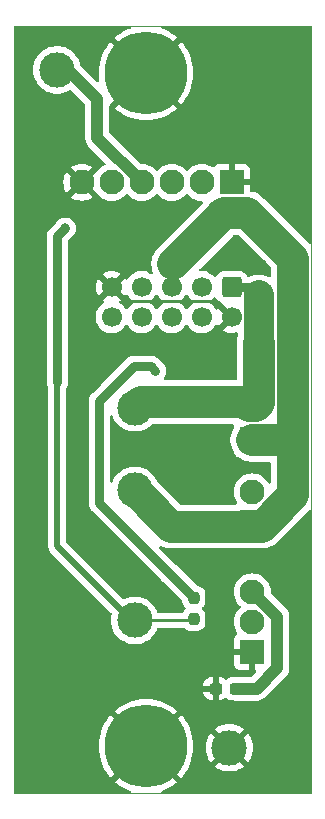
<source format=gtl>
G04 #@! TF.GenerationSoftware,KiCad,Pcbnew,8.0.6*
G04 #@! TF.CreationDate,2025-12-26T07:29:08-05:00*
G04 #@! TF.ProjectId,heaterboard_1,68656174-6572-4626-9f61-72645f312e6b,3.0*
G04 #@! TF.SameCoordinates,Original*
G04 #@! TF.FileFunction,Copper,L1,Top*
G04 #@! TF.FilePolarity,Positive*
%FSLAX46Y46*%
G04 Gerber Fmt 4.6, Leading zero omitted, Abs format (unit mm)*
G04 Created by KiCad (PCBNEW 8.0.6) date 2025-12-26 07:29:08*
%MOMM*%
%LPD*%
G01*
G04 APERTURE LIST*
G04 Aperture macros list*
%AMRoundRect*
0 Rectangle with rounded corners*
0 $1 Rounding radius*
0 $2 $3 $4 $5 $6 $7 $8 $9 X,Y pos of 4 corners*
0 Add a 4 corners polygon primitive as box body*
4,1,4,$2,$3,$4,$5,$6,$7,$8,$9,$2,$3,0*
0 Add four circle primitives for the rounded corners*
1,1,$1+$1,$2,$3*
1,1,$1+$1,$4,$5*
1,1,$1+$1,$6,$7*
1,1,$1+$1,$8,$9*
0 Add four rect primitives between the rounded corners*
20,1,$1+$1,$2,$3,$4,$5,0*
20,1,$1+$1,$4,$5,$6,$7,0*
20,1,$1+$1,$6,$7,$8,$9,0*
20,1,$1+$1,$8,$9,$2,$3,0*%
G04 Aperture macros list end*
G04 #@! TA.AperFunction,ComponentPad*
%ADD10C,3.000000*%
G04 #@! TD*
G04 #@! TA.AperFunction,ComponentPad*
%ADD11R,2.100000X2.100000*%
G04 #@! TD*
G04 #@! TA.AperFunction,ComponentPad*
%ADD12C,2.100000*%
G04 #@! TD*
G04 #@! TA.AperFunction,SMDPad,CuDef*
%ADD13RoundRect,0.237500X0.237500X-0.250000X0.237500X0.250000X-0.237500X0.250000X-0.237500X-0.250000X0*%
G04 #@! TD*
G04 #@! TA.AperFunction,ComponentPad*
%ADD14RoundRect,0.250000X-0.600000X0.600000X-0.600000X-0.600000X0.600000X-0.600000X0.600000X0.600000X0*%
G04 #@! TD*
G04 #@! TA.AperFunction,ComponentPad*
%ADD15C,1.700000*%
G04 #@! TD*
G04 #@! TA.AperFunction,ComponentPad*
%ADD16C,0.800000*%
G04 #@! TD*
G04 #@! TA.AperFunction,ComponentPad*
%ADD17C,7.000000*%
G04 #@! TD*
G04 #@! TA.AperFunction,SMDPad,CuDef*
%ADD18RoundRect,0.237500X0.300000X0.237500X-0.300000X0.237500X-0.300000X-0.237500X0.300000X-0.237500X0*%
G04 #@! TD*
G04 #@! TA.AperFunction,ViaPad*
%ADD19C,0.800000*%
G04 #@! TD*
G04 #@! TA.AperFunction,ViaPad*
%ADD20C,1.200000*%
G04 #@! TD*
G04 #@! TA.AperFunction,Conductor*
%ADD21C,0.762000*%
G04 #@! TD*
G04 #@! TA.AperFunction,Conductor*
%ADD22C,0.508000*%
G04 #@! TD*
G04 #@! TA.AperFunction,Conductor*
%ADD23C,0.250000*%
G04 #@! TD*
G04 #@! TA.AperFunction,Conductor*
%ADD24C,2.700000*%
G04 #@! TD*
G04 #@! TA.AperFunction,Conductor*
%ADD25C,2.500000*%
G04 #@! TD*
G04 #@! TA.AperFunction,Conductor*
%ADD26C,0.254000*%
G04 #@! TD*
G04 #@! TA.AperFunction,Conductor*
%ADD27C,1.000000*%
G04 #@! TD*
G04 #@! TA.AperFunction,Conductor*
%ADD28C,1.016000*%
G04 #@! TD*
G04 #@! TA.AperFunction,Profile*
%ADD29C,0.100000*%
G04 #@! TD*
G04 APERTURE END LIST*
D10*
X143050000Y-124329714D03*
X151050000Y-146129714D03*
D11*
X151250000Y-98250000D03*
D12*
X148710000Y-98250000D03*
X146170000Y-98250000D03*
X143630000Y-98250000D03*
X141090000Y-98250000D03*
X138550000Y-98250000D03*
D13*
X148050000Y-135242214D03*
X148050000Y-133417214D03*
D10*
X143050000Y-117329714D03*
D14*
X151250000Y-107125000D03*
D15*
X151250000Y-109665000D03*
X148710000Y-107125000D03*
X148710000Y-109665000D03*
X146170000Y-107125000D03*
X146170000Y-109665000D03*
X143630000Y-107125000D03*
X143630000Y-109665000D03*
X141090000Y-107125000D03*
X141090000Y-109665000D03*
D10*
X143050000Y-135329714D03*
X136450000Y-88729714D03*
D11*
X153000000Y-138000000D03*
D12*
X153000000Y-135460000D03*
X153000000Y-132920000D03*
D11*
X153000000Y-120000000D03*
D12*
X153000000Y-117460000D03*
D16*
X141375000Y-146000000D03*
X142143845Y-144143845D03*
X142143845Y-147856155D03*
X144000000Y-143375000D03*
D17*
X144000000Y-146000000D03*
D16*
X144000000Y-148625000D03*
X145856155Y-144143845D03*
X145856155Y-147856155D03*
X146625000Y-146000000D03*
X141375000Y-89000000D03*
X142143845Y-87143845D03*
X142143845Y-90856155D03*
X144000000Y-86375000D03*
D17*
X144000000Y-89000000D03*
D16*
X144000000Y-91625000D03*
X145856155Y-87143845D03*
X145856155Y-90856155D03*
X146625000Y-89000000D03*
D18*
X151612500Y-141129714D03*
X149887500Y-141129714D03*
D11*
X153000000Y-127000000D03*
D12*
X153000000Y-124460000D03*
D19*
X137160000Y-102158800D03*
X139800000Y-102579714D03*
X138430000Y-109220000D03*
X145590000Y-121044714D03*
X148590000Y-112395000D03*
X141951122Y-105005524D03*
X153845000Y-105169714D03*
X139065000Y-106045000D03*
D20*
X149800050Y-100450000D03*
X146304000Y-105156000D03*
D19*
X146006250Y-131373464D03*
X144760514Y-114229714D03*
D21*
X137160000Y-102158800D02*
X136500000Y-102818800D01*
D22*
X136500000Y-129029714D02*
X136500000Y-115129714D01*
X142930286Y-135460000D02*
X136500000Y-129029714D01*
X143050000Y-135329714D02*
X143050000Y-135340286D01*
D23*
X147962500Y-135329714D02*
X143050000Y-135329714D01*
X148050000Y-135242214D02*
X147962500Y-135329714D01*
D22*
X143050000Y-135340286D02*
X142930286Y-135460000D01*
D21*
X136500000Y-102818800D02*
X136500000Y-115129714D01*
D24*
X143050000Y-117329714D02*
X143550000Y-116829714D01*
D21*
X152845286Y-107125000D02*
X153550000Y-107829714D01*
D25*
X153550000Y-107829714D02*
X153550000Y-111829714D01*
D24*
X153300000Y-117160000D02*
X153550000Y-116910000D01*
X143550000Y-116829714D02*
X152369714Y-116829714D01*
X152700000Y-117160000D02*
X153300000Y-117160000D01*
D21*
X151250000Y-107125000D02*
X152845286Y-107125000D01*
D24*
X153550000Y-116910000D02*
X153550000Y-111829714D01*
X152369714Y-116829714D02*
X152700000Y-117160000D01*
D26*
X142294714Y-108329714D02*
X141090000Y-107125000D01*
X149914714Y-108329714D02*
X142294714Y-108329714D01*
X151250000Y-109665000D02*
X149914714Y-108329714D01*
D24*
X146115000Y-127394714D02*
X143050000Y-124329714D01*
X156450000Y-120409714D02*
X156450000Y-124729714D01*
X146304000Y-105156000D02*
X150590143Y-100869857D01*
X156100286Y-120060000D02*
X153000000Y-120060000D01*
X156450000Y-124729714D02*
X153785000Y-127394714D01*
X153785000Y-127394714D02*
X146115000Y-127394714D01*
X156450000Y-120409714D02*
X156100286Y-120060000D01*
X156450000Y-104729714D02*
X156450000Y-120409714D01*
X150590143Y-100869857D02*
X152590143Y-100869857D01*
X152590143Y-100869857D02*
X156450000Y-104729714D01*
D21*
X142980316Y-113829714D02*
X140050000Y-116760030D01*
D27*
X155115000Y-135035000D02*
X155115000Y-139385000D01*
D28*
X139875000Y-94495000D02*
X143630000Y-98250000D01*
X139875000Y-91199714D02*
X139875000Y-94495000D01*
X137405000Y-88729714D02*
X139875000Y-91199714D01*
D27*
X153000000Y-132920000D02*
X155115000Y-135035000D01*
D21*
X140050000Y-116760030D02*
X140050000Y-125417214D01*
D27*
X153370286Y-141129714D02*
X151612500Y-141129714D01*
D21*
X144800000Y-114229714D02*
X144400000Y-113829714D01*
X144400000Y-113829714D02*
X142980316Y-113829714D01*
X140050000Y-125417214D02*
X148050000Y-133417214D01*
D27*
X155115000Y-139385000D02*
X153370286Y-141129714D01*
D28*
X136450000Y-88729714D02*
X137405000Y-88729714D01*
G04 #@! TA.AperFunction,Conductor*
G36*
X146429188Y-104359427D02*
G01*
X146431859Y-104363563D01*
X146669551Y-104992344D01*
X146669271Y-105001294D01*
X146663109Y-105007280D01*
X146308502Y-105155123D01*
X146299548Y-105155144D01*
X146299498Y-105155123D01*
X145944890Y-105007280D01*
X145938572Y-105000933D01*
X145938448Y-104992345D01*
X146176141Y-104363562D01*
X146182272Y-104357036D01*
X146187085Y-104356000D01*
X146420915Y-104356000D01*
X146429188Y-104359427D01*
G37*
G04 #@! TD.AperFunction*
G04 #@! TA.AperFunction,Conductor*
G36*
X136800909Y-102010032D02*
G01*
X136943763Y-102068818D01*
X137156195Y-102156236D01*
X137162542Y-102162554D01*
X137162563Y-102162604D01*
X137308767Y-102517890D01*
X137308746Y-102526844D01*
X137302760Y-102533006D01*
X136690071Y-102809547D01*
X136681121Y-102809827D01*
X136676985Y-102807156D01*
X136511643Y-102641814D01*
X136508216Y-102633541D01*
X136509252Y-102628728D01*
X136555238Y-102526844D01*
X136785794Y-102016038D01*
X136792320Y-102009908D01*
X136800909Y-102010032D01*
G37*
G04 #@! TD.AperFunction*
G04 #@! TA.AperFunction,Conductor*
G36*
X142658343Y-85019685D02*
G01*
X142704098Y-85072489D01*
X142714042Y-85141647D01*
X142685017Y-85205203D01*
X142633078Y-85240752D01*
X142467423Y-85300023D01*
X142112135Y-85468062D01*
X141775041Y-85670109D01*
X141459368Y-85904228D01*
X141353622Y-86000069D01*
X142285457Y-86931904D01*
X142193573Y-86893845D01*
X142094117Y-86893845D01*
X142002231Y-86931905D01*
X141931905Y-87002231D01*
X141893845Y-87094117D01*
X141893845Y-87193573D01*
X141931904Y-87285456D01*
X141000069Y-86353622D01*
X140904228Y-86459368D01*
X140670109Y-86775041D01*
X140468062Y-87112135D01*
X140300023Y-87467424D01*
X140300016Y-87467440D01*
X140167625Y-87837450D01*
X140072129Y-88218691D01*
X140014461Y-88607449D01*
X139995176Y-89000000D01*
X140014461Y-89392550D01*
X140048053Y-89619004D01*
X140038418Y-89688206D01*
X139992900Y-89741214D01*
X139925949Y-89761198D01*
X139858822Y-89741813D01*
X139837714Y-89724880D01*
X138438110Y-88325276D01*
X138404625Y-88263953D01*
X138404428Y-88263030D01*
X138388538Y-88186561D01*
X138296523Y-87927656D01*
X138170111Y-87683691D01*
X138170110Y-87683689D01*
X138170106Y-87683683D01*
X138011659Y-87459214D01*
X137950608Y-87393845D01*
X137824111Y-87258400D01*
X137610969Y-87084996D01*
X137610967Y-87084995D01*
X137610965Y-87084993D01*
X137376198Y-86942228D01*
X137124178Y-86832761D01*
X136859602Y-86758630D01*
X136859597Y-86758629D01*
X136859596Y-86758629D01*
X136723490Y-86739921D01*
X136587386Y-86721214D01*
X136587385Y-86721214D01*
X136312615Y-86721214D01*
X136312614Y-86721214D01*
X136040404Y-86758629D01*
X136040397Y-86758630D01*
X135775821Y-86832761D01*
X135523801Y-86942228D01*
X135289034Y-87084993D01*
X135075892Y-87258397D01*
X134888340Y-87459214D01*
X134729893Y-87683683D01*
X134729889Y-87683689D01*
X134603476Y-87927657D01*
X134511463Y-88186555D01*
X134511458Y-88186572D01*
X134455558Y-88455581D01*
X134455557Y-88455583D01*
X134436807Y-88729714D01*
X134455557Y-89003844D01*
X134455558Y-89003846D01*
X134511458Y-89272855D01*
X134511463Y-89272872D01*
X134603476Y-89531770D01*
X134729889Y-89775738D01*
X134729893Y-89775744D01*
X134888340Y-90000213D01*
X134888343Y-90000216D01*
X135075889Y-90201028D01*
X135289031Y-90374432D01*
X135289033Y-90374433D01*
X135289034Y-90374434D01*
X135523801Y-90517199D01*
X135652027Y-90572895D01*
X135775823Y-90626667D01*
X136040404Y-90700799D01*
X136279720Y-90733692D01*
X136312614Y-90738214D01*
X136312615Y-90738214D01*
X136587386Y-90738214D01*
X136616733Y-90734180D01*
X136859596Y-90700799D01*
X137124177Y-90626667D01*
X137376200Y-90517198D01*
X137528489Y-90424588D01*
X137595993Y-90406576D01*
X137662523Y-90427919D01*
X137680595Y-90442857D01*
X138822181Y-91584443D01*
X138855666Y-91645766D01*
X138858500Y-91672124D01*
X138858500Y-94394884D01*
X138858500Y-94595116D01*
X138858500Y-94595118D01*
X138858499Y-94595118D01*
X138897562Y-94791496D01*
X138897564Y-94791502D01*
X138974189Y-94976491D01*
X139085434Y-95142983D01*
X139085435Y-95142984D01*
X140545503Y-96603051D01*
X140578988Y-96664374D01*
X140574004Y-96734066D01*
X140532132Y-96789999D01*
X140505275Y-96805293D01*
X140380269Y-96857071D01*
X140171106Y-96985246D01*
X139984570Y-97144564D01*
X139984568Y-97144565D01*
X139984567Y-97144567D01*
X139978072Y-97152172D01*
X139844790Y-97308223D01*
X139838181Y-97315371D01*
X139073787Y-98079764D01*
X139062518Y-98037708D01*
X138990110Y-97912292D01*
X138887708Y-97809890D01*
X138762292Y-97737482D01*
X138720234Y-97726212D01*
X139457941Y-96988504D01*
X139255861Y-96864668D01*
X139030457Y-96771303D01*
X138793219Y-96714348D01*
X138793220Y-96714348D01*
X138550000Y-96695207D01*
X138306780Y-96714348D01*
X138069542Y-96771303D01*
X137844138Y-96864668D01*
X137642057Y-96988504D01*
X138379766Y-97726212D01*
X138337708Y-97737482D01*
X138212292Y-97809890D01*
X138109890Y-97912292D01*
X138037482Y-98037708D01*
X138026212Y-98079765D01*
X137288504Y-97342057D01*
X137164668Y-97544138D01*
X137071303Y-97769542D01*
X137014348Y-98006780D01*
X136995207Y-98250000D01*
X137014348Y-98493219D01*
X137071303Y-98730457D01*
X137164668Y-98955861D01*
X137288504Y-99157941D01*
X138026212Y-98420233D01*
X138037482Y-98462292D01*
X138109890Y-98587708D01*
X138212292Y-98690110D01*
X138337708Y-98762518D01*
X138379765Y-98773787D01*
X137642057Y-99511494D01*
X137844138Y-99635331D01*
X138069542Y-99728696D01*
X138306780Y-99785651D01*
X138306779Y-99785651D01*
X138550000Y-99804792D01*
X138793219Y-99785651D01*
X139030457Y-99728696D01*
X139255861Y-99635331D01*
X139457941Y-99511495D01*
X139457941Y-99511494D01*
X138720235Y-98773787D01*
X138762292Y-98762518D01*
X138887708Y-98690110D01*
X138990110Y-98587708D01*
X139062518Y-98462292D01*
X139073787Y-98420234D01*
X139838180Y-99184626D01*
X139844784Y-99191770D01*
X139984567Y-99355433D01*
X140171104Y-99514752D01*
X140171106Y-99514753D01*
X140380269Y-99642928D01*
X140487108Y-99687182D01*
X140606908Y-99736805D01*
X140845443Y-99794072D01*
X141090000Y-99813319D01*
X141334557Y-99794072D01*
X141573092Y-99736805D01*
X141768438Y-99655889D01*
X141799730Y-99642928D01*
X141799732Y-99642927D01*
X142008896Y-99514752D01*
X142195433Y-99355433D01*
X142265711Y-99273147D01*
X142324217Y-99234956D01*
X142394085Y-99234458D01*
X142453131Y-99271811D01*
X142454234Y-99273085D01*
X142524567Y-99355433D01*
X142711104Y-99514752D01*
X142711106Y-99514753D01*
X142920269Y-99642928D01*
X143027108Y-99687182D01*
X143146908Y-99736805D01*
X143385443Y-99794072D01*
X143630000Y-99813319D01*
X143874557Y-99794072D01*
X144113092Y-99736805D01*
X144308438Y-99655889D01*
X144339730Y-99642928D01*
X144339732Y-99642927D01*
X144548896Y-99514752D01*
X144735433Y-99355433D01*
X144805711Y-99273147D01*
X144864217Y-99234956D01*
X144934085Y-99234458D01*
X144993131Y-99271811D01*
X144994234Y-99273085D01*
X145064567Y-99355433D01*
X145251104Y-99514752D01*
X145251106Y-99514753D01*
X145460269Y-99642928D01*
X145567108Y-99687182D01*
X145686908Y-99736805D01*
X145925443Y-99794072D01*
X146170000Y-99813319D01*
X146414557Y-99794072D01*
X146653092Y-99736805D01*
X146848438Y-99655889D01*
X146879730Y-99642928D01*
X146879732Y-99642927D01*
X147088896Y-99514752D01*
X147275433Y-99355433D01*
X147345711Y-99273147D01*
X147404217Y-99234956D01*
X147474085Y-99234458D01*
X147533131Y-99271811D01*
X147534234Y-99273085D01*
X147604567Y-99355433D01*
X147791104Y-99514752D01*
X147791106Y-99514753D01*
X148000269Y-99642928D01*
X148107108Y-99687182D01*
X148226908Y-99736805D01*
X148465443Y-99794072D01*
X148689225Y-99811684D01*
X148754512Y-99836567D01*
X148795983Y-99892797D01*
X148800470Y-99962523D01*
X148790496Y-99990572D01*
X148761972Y-100047855D01*
X148759903Y-100053197D01*
X148758928Y-100052819D01*
X148730510Y-100101172D01*
X144903711Y-103927971D01*
X144903705Y-103927978D01*
X144755404Y-104121248D01*
X144755393Y-104121264D01*
X144633588Y-104332235D01*
X144633580Y-104332251D01*
X144540353Y-104557323D01*
X144477299Y-104792648D01*
X144445499Y-105034179D01*
X144445499Y-105277820D01*
X144469908Y-105463211D01*
X144477299Y-105519353D01*
X144485750Y-105550892D01*
X144540353Y-105754676D01*
X144579252Y-105848587D01*
X144586721Y-105918056D01*
X144555445Y-105980535D01*
X144495356Y-106016187D01*
X144425531Y-106013693D01*
X144388528Y-105993892D01*
X144375577Y-105983812D01*
X144375572Y-105983808D01*
X144177580Y-105876661D01*
X144177577Y-105876659D01*
X144177574Y-105876658D01*
X144177571Y-105876657D01*
X144177569Y-105876656D01*
X143964637Y-105803556D01*
X143742569Y-105766500D01*
X143517431Y-105766500D01*
X143295362Y-105803556D01*
X143082430Y-105876656D01*
X143082419Y-105876661D01*
X142884427Y-105983808D01*
X142884422Y-105983812D01*
X142706761Y-106122092D01*
X142706756Y-106122097D01*
X142554284Y-106287723D01*
X142554280Y-106287729D01*
X142460250Y-106431651D01*
X142407103Y-106477007D01*
X142337872Y-106486430D01*
X142274536Y-106456927D01*
X142254866Y-106434951D01*
X142204924Y-106363626D01*
X141572962Y-106995589D01*
X141555925Y-106932007D01*
X141490099Y-106817993D01*
X141397007Y-106724901D01*
X141282993Y-106659075D01*
X141219410Y-106642037D01*
X141851373Y-106010073D01*
X141851373Y-106010072D01*
X141767583Y-105951402D01*
X141767579Y-105951400D01*
X141553492Y-105851570D01*
X141553483Y-105851566D01*
X141325326Y-105790432D01*
X141325315Y-105790430D01*
X141090002Y-105769843D01*
X141089998Y-105769843D01*
X140854684Y-105790430D01*
X140854673Y-105790432D01*
X140626516Y-105851566D01*
X140626507Y-105851570D01*
X140412419Y-105951401D01*
X140328625Y-106010072D01*
X140960590Y-106642037D01*
X140897007Y-106659075D01*
X140782993Y-106724901D01*
X140689901Y-106817993D01*
X140624075Y-106932007D01*
X140607037Y-106995590D01*
X139975072Y-106363625D01*
X139916401Y-106447419D01*
X139816570Y-106661507D01*
X139816566Y-106661516D01*
X139755432Y-106889673D01*
X139755430Y-106889684D01*
X139734843Y-107124998D01*
X139734843Y-107125001D01*
X139755430Y-107360315D01*
X139755432Y-107360326D01*
X139816566Y-107588483D01*
X139816570Y-107588492D01*
X139916400Y-107802579D01*
X139916402Y-107802583D01*
X139975072Y-107886373D01*
X139975073Y-107886373D01*
X140607037Y-107254409D01*
X140624075Y-107317993D01*
X140689901Y-107432007D01*
X140782993Y-107525099D01*
X140897007Y-107590925D01*
X140960590Y-107607962D01*
X140328625Y-108239925D01*
X140399801Y-108289763D01*
X140443426Y-108344340D01*
X140450620Y-108413838D01*
X140419097Y-108476193D01*
X140387697Y-108500392D01*
X140344427Y-108523809D01*
X140344422Y-108523812D01*
X140166761Y-108662092D01*
X140166756Y-108662097D01*
X140014284Y-108827723D01*
X140014276Y-108827734D01*
X139891140Y-109016207D01*
X139800703Y-109222385D01*
X139745436Y-109440628D01*
X139745434Y-109440640D01*
X139726844Y-109664994D01*
X139726844Y-109665005D01*
X139745434Y-109889359D01*
X139745436Y-109889371D01*
X139800703Y-110107614D01*
X139891140Y-110313792D01*
X140014276Y-110502265D01*
X140014284Y-110502276D01*
X140166756Y-110667902D01*
X140166760Y-110667906D01*
X140344424Y-110806189D01*
X140344425Y-110806189D01*
X140344427Y-110806191D01*
X140471135Y-110874761D01*
X140542426Y-110913342D01*
X140755365Y-110986444D01*
X140977431Y-111023500D01*
X141202569Y-111023500D01*
X141424635Y-110986444D01*
X141637574Y-110913342D01*
X141835576Y-110806189D01*
X142013240Y-110667906D01*
X142165722Y-110502268D01*
X142256193Y-110363790D01*
X142309338Y-110318437D01*
X142378569Y-110309013D01*
X142441905Y-110338515D01*
X142463804Y-110363787D01*
X142554278Y-110502268D01*
X142554283Y-110502273D01*
X142554284Y-110502276D01*
X142706756Y-110667902D01*
X142706760Y-110667906D01*
X142884424Y-110806189D01*
X142884425Y-110806189D01*
X142884427Y-110806191D01*
X143011135Y-110874761D01*
X143082426Y-110913342D01*
X143295365Y-110986444D01*
X143517431Y-111023500D01*
X143742569Y-111023500D01*
X143964635Y-110986444D01*
X144177574Y-110913342D01*
X144375576Y-110806189D01*
X144553240Y-110667906D01*
X144705722Y-110502268D01*
X144796193Y-110363790D01*
X144849338Y-110318437D01*
X144918569Y-110309013D01*
X144981905Y-110338515D01*
X145003804Y-110363787D01*
X145094278Y-110502268D01*
X145094283Y-110502273D01*
X145094284Y-110502276D01*
X145246756Y-110667902D01*
X145246760Y-110667906D01*
X145424424Y-110806189D01*
X145424425Y-110806189D01*
X145424427Y-110806191D01*
X145551135Y-110874761D01*
X145622426Y-110913342D01*
X145835365Y-110986444D01*
X146057431Y-111023500D01*
X146282569Y-111023500D01*
X146504635Y-110986444D01*
X146717574Y-110913342D01*
X146915576Y-110806189D01*
X147093240Y-110667906D01*
X147245722Y-110502268D01*
X147336193Y-110363790D01*
X147389338Y-110318437D01*
X147458569Y-110309013D01*
X147521905Y-110338515D01*
X147543804Y-110363787D01*
X147634278Y-110502268D01*
X147634283Y-110502273D01*
X147634284Y-110502276D01*
X147786756Y-110667902D01*
X147786760Y-110667906D01*
X147964424Y-110806189D01*
X147964425Y-110806189D01*
X147964427Y-110806191D01*
X148091135Y-110874761D01*
X148162426Y-110913342D01*
X148375365Y-110986444D01*
X148597431Y-111023500D01*
X148822569Y-111023500D01*
X149044635Y-110986444D01*
X149257574Y-110913342D01*
X149455576Y-110806189D01*
X149633240Y-110667906D01*
X149785722Y-110502268D01*
X149879749Y-110358347D01*
X149932894Y-110312994D01*
X150002125Y-110303570D01*
X150065461Y-110333072D01*
X150085131Y-110355049D01*
X150135072Y-110426373D01*
X150135073Y-110426373D01*
X150767037Y-109794409D01*
X150784075Y-109857993D01*
X150849901Y-109972007D01*
X150942993Y-110065099D01*
X151057007Y-110130925D01*
X151120588Y-110147961D01*
X150488625Y-110779925D01*
X150572421Y-110838599D01*
X150786507Y-110938429D01*
X150786516Y-110938433D01*
X151014673Y-110999567D01*
X151014684Y-110999569D01*
X151249998Y-111020157D01*
X151250002Y-111020157D01*
X151485315Y-110999569D01*
X151485322Y-110999568D01*
X151635406Y-110959353D01*
X151705256Y-110961016D01*
X151763119Y-111000178D01*
X151790623Y-111064406D01*
X151791500Y-111079128D01*
X151791500Y-111195508D01*
X151787275Y-111227602D01*
X151786355Y-111231033D01*
X151786354Y-111231037D01*
X151739205Y-111406995D01*
X151723298Y-111466364D01*
X151691501Y-111707890D01*
X151691500Y-111707907D01*
X151691500Y-114847214D01*
X151671815Y-114914253D01*
X151619011Y-114960008D01*
X151567500Y-114971214D01*
X145606325Y-114971214D01*
X145539286Y-114951529D01*
X145493531Y-114898725D01*
X145483587Y-114829567D01*
X145503223Y-114778323D01*
X145518455Y-114755527D01*
X145588265Y-114651050D01*
X145655317Y-114489172D01*
X145689500Y-114317322D01*
X145689500Y-114142105D01*
X145689500Y-114142102D01*
X145689499Y-114142100D01*
X145655318Y-113970263D01*
X145655317Y-113970256D01*
X145655315Y-113970251D01*
X145588268Y-113808384D01*
X145588261Y-113808371D01*
X145490919Y-113662690D01*
X145490916Y-113662686D01*
X144967026Y-113138796D01*
X144967022Y-113138793D01*
X144821342Y-113041452D01*
X144821329Y-113041445D01*
X144659462Y-112974398D01*
X144659450Y-112974395D01*
X144487612Y-112940214D01*
X144487608Y-112940214D01*
X143067925Y-112940214D01*
X142892708Y-112940214D01*
X142892703Y-112940214D01*
X142720865Y-112974395D01*
X142720853Y-112974398D01*
X142558986Y-113041445D01*
X142558973Y-113041452D01*
X142413293Y-113138793D01*
X142413289Y-113138796D01*
X140162923Y-115389164D01*
X139482977Y-116069110D01*
X139421027Y-116131059D01*
X139359078Y-116193008D01*
X139261738Y-116338687D01*
X139261731Y-116338700D01*
X139194684Y-116500567D01*
X139194681Y-116500579D01*
X139160500Y-116672417D01*
X139160500Y-125504826D01*
X139194681Y-125676664D01*
X139194684Y-125676676D01*
X139261731Y-125838543D01*
X139261738Y-125838556D01*
X139359079Y-125984236D01*
X139359082Y-125984240D01*
X145231020Y-131856177D01*
X145250726Y-131881857D01*
X145267210Y-131910408D01*
X145394991Y-132052325D01*
X145394995Y-132052327D01*
X145394997Y-132052330D01*
X145504765Y-132132081D01*
X145519561Y-132144718D01*
X147032431Y-133657588D01*
X147065916Y-133718911D01*
X147068108Y-133732666D01*
X147076938Y-133819096D01*
X147131790Y-133984631D01*
X147131795Y-133984642D01*
X147223339Y-134133056D01*
X147223340Y-134133057D01*
X147223342Y-134133060D01*
X147280282Y-134190000D01*
X147332315Y-134242033D01*
X147365799Y-134303356D01*
X147360815Y-134373048D01*
X147332315Y-134417395D01*
X147223340Y-134526370D01*
X147154910Y-134637312D01*
X147102962Y-134684036D01*
X147049372Y-134696214D01*
X145043958Y-134696214D01*
X144976919Y-134676529D01*
X144931164Y-134623725D01*
X144927118Y-134613739D01*
X144896524Y-134527659D01*
X144896525Y-134527659D01*
X144770110Y-134283689D01*
X144770106Y-134283683D01*
X144611659Y-134059214D01*
X144593031Y-134039269D01*
X144424111Y-133858400D01*
X144210969Y-133684996D01*
X144210967Y-133684995D01*
X144210965Y-133684993D01*
X143976198Y-133542228D01*
X143724178Y-133432761D01*
X143459602Y-133358630D01*
X143459597Y-133358629D01*
X143459596Y-133358629D01*
X143323490Y-133339921D01*
X143187386Y-133321214D01*
X143187385Y-133321214D01*
X142912615Y-133321214D01*
X142912614Y-133321214D01*
X142640404Y-133358629D01*
X142640397Y-133358630D01*
X142375821Y-133432761D01*
X142178238Y-133518584D01*
X142108906Y-133527238D01*
X142045902Y-133497034D01*
X142041155Y-133492531D01*
X137298819Y-128750195D01*
X137265334Y-128688872D01*
X137262500Y-128662514D01*
X137262500Y-115627225D01*
X137282185Y-115560186D01*
X137283368Y-115558378D01*
X137288265Y-115551050D01*
X137355317Y-115389172D01*
X137389500Y-115217322D01*
X137389500Y-103238604D01*
X137409185Y-103171565D01*
X137425815Y-103150927D01*
X137646693Y-102930048D01*
X137661475Y-102917423D01*
X137771253Y-102837666D01*
X137899040Y-102695744D01*
X137994527Y-102530356D01*
X138053542Y-102348728D01*
X138073504Y-102158800D01*
X138053542Y-101968872D01*
X137994527Y-101787244D01*
X137899040Y-101621856D01*
X137771253Y-101479934D01*
X137616752Y-101367682D01*
X137442288Y-101290006D01*
X137442286Y-101290005D01*
X137255487Y-101250300D01*
X137064513Y-101250300D01*
X136877714Y-101290005D01*
X136703246Y-101367683D01*
X136548745Y-101479935D01*
X136420962Y-101621853D01*
X136420956Y-101621862D01*
X136404475Y-101650406D01*
X136384771Y-101676084D01*
X135932977Y-102127880D01*
X135871027Y-102189829D01*
X135809078Y-102251778D01*
X135711738Y-102397457D01*
X135711731Y-102397470D01*
X135644684Y-102559337D01*
X135644681Y-102559349D01*
X135610500Y-102731187D01*
X135610500Y-115217326D01*
X135644681Y-115389164D01*
X135644684Y-115389176D01*
X135711731Y-115551043D01*
X135711734Y-115551049D01*
X135711735Y-115551050D01*
X135716600Y-115558331D01*
X135737480Y-115625007D01*
X135737500Y-115627225D01*
X135737500Y-129104814D01*
X135760694Y-129221415D01*
X135766803Y-129252127D01*
X135824281Y-129390891D01*
X135907730Y-129515783D01*
X135907731Y-129515784D01*
X141075648Y-134683700D01*
X141109133Y-134745023D01*
X141109373Y-134796609D01*
X141055558Y-135055581D01*
X141055557Y-135055583D01*
X141036807Y-135329714D01*
X141055557Y-135603844D01*
X141055558Y-135603846D01*
X141111458Y-135872855D01*
X141111463Y-135872872D01*
X141203476Y-136131770D01*
X141329889Y-136375738D01*
X141329893Y-136375744D01*
X141488340Y-136600213D01*
X141488343Y-136600216D01*
X141675889Y-136801028D01*
X141889031Y-136974432D01*
X141889033Y-136974433D01*
X141889034Y-136974434D01*
X142123801Y-137117199D01*
X142328348Y-137206045D01*
X142375823Y-137226667D01*
X142640404Y-137300799D01*
X142879720Y-137333692D01*
X142912614Y-137338214D01*
X142912615Y-137338214D01*
X143187386Y-137338214D01*
X143216733Y-137334180D01*
X143459596Y-137300799D01*
X143724177Y-137226667D01*
X143976200Y-137117198D01*
X144210969Y-136974432D01*
X144424111Y-136801028D01*
X144611657Y-136600216D01*
X144770111Y-136375737D01*
X144896523Y-136131772D01*
X144896524Y-136131770D01*
X144896525Y-136131768D01*
X144927118Y-136045689D01*
X144968116Y-135989112D01*
X145033194Y-135963682D01*
X145043958Y-135963214D01*
X147177134Y-135963214D01*
X147244173Y-135982899D01*
X147264815Y-135999533D01*
X147346653Y-136081371D01*
X147346657Y-136081374D01*
X147495071Y-136172918D01*
X147495074Y-136172919D01*
X147495080Y-136172923D01*
X147660619Y-136227776D01*
X147762787Y-136238214D01*
X148337212Y-136238213D01*
X148439381Y-136227776D01*
X148604920Y-136172923D01*
X148753346Y-136081372D01*
X148876658Y-135958060D01*
X148968209Y-135809634D01*
X149023062Y-135644095D01*
X149033500Y-135541927D01*
X149033499Y-134942502D01*
X149023062Y-134840333D01*
X148968209Y-134674794D01*
X148968205Y-134674788D01*
X148968204Y-134674785D01*
X148876660Y-134526371D01*
X148876657Y-134526367D01*
X148767685Y-134417395D01*
X148734200Y-134356072D01*
X148739184Y-134286380D01*
X148767685Y-134242033D01*
X148819718Y-134190000D01*
X148876658Y-134133060D01*
X148968209Y-133984634D01*
X149023062Y-133819095D01*
X149033500Y-133716927D01*
X149033499Y-133117502D01*
X149023062Y-133015333D01*
X148968209Y-132849794D01*
X148968205Y-132849788D01*
X148968204Y-132849785D01*
X148876660Y-132701371D01*
X148876657Y-132701367D01*
X148753346Y-132578056D01*
X148753342Y-132578053D01*
X148604928Y-132486509D01*
X148604922Y-132486506D01*
X148604920Y-132486505D01*
X148604917Y-132486504D01*
X148439382Y-132431652D01*
X148352950Y-132422821D01*
X148288259Y-132396424D01*
X148277873Y-132387144D01*
X146781478Y-130890749D01*
X146761771Y-130865067D01*
X146745289Y-130836519D01*
X146617504Y-130694599D01*
X146507729Y-130614842D01*
X146492934Y-130602205D01*
X145159508Y-129268779D01*
X145126023Y-129207456D01*
X145131007Y-129137764D01*
X145172879Y-129081831D01*
X145238343Y-129057414D01*
X145294642Y-129066537D01*
X145516323Y-129158360D01*
X145751647Y-129221415D01*
X145993188Y-129253215D01*
X145993195Y-129253215D01*
X146240653Y-129253215D01*
X146240685Y-129253214D01*
X153659315Y-129253214D01*
X153659347Y-129253215D01*
X153663187Y-129253215D01*
X153906806Y-129253215D01*
X153906813Y-129253215D01*
X154148353Y-129221415D01*
X154383678Y-129158360D01*
X154605358Y-129066537D01*
X154608748Y-129065133D01*
X154608749Y-129065131D01*
X154608757Y-129065129D01*
X154819743Y-128943316D01*
X155013024Y-128795007D01*
X155185293Y-128622738D01*
X155190657Y-128617374D01*
X155190672Y-128617356D01*
X157672642Y-126135386D01*
X157672660Y-126135371D01*
X157788319Y-126019713D01*
X157849642Y-125986228D01*
X157919334Y-125991212D01*
X157975267Y-126033084D01*
X157999684Y-126098548D01*
X158000000Y-126107394D01*
X158000000Y-149876000D01*
X157980315Y-149943039D01*
X157927511Y-149988794D01*
X157876000Y-150000000D01*
X145408696Y-150000000D01*
X145341657Y-149980315D01*
X145295902Y-149927511D01*
X145285958Y-149858353D01*
X145314983Y-149794797D01*
X145366922Y-149759248D01*
X145532576Y-149699976D01*
X145887864Y-149531937D01*
X146224958Y-149329890D01*
X146540632Y-149095770D01*
X146646376Y-148999929D01*
X145714542Y-148068095D01*
X145806427Y-148106155D01*
X145905883Y-148106155D01*
X145997769Y-148068095D01*
X146068095Y-147997769D01*
X146106155Y-147905883D01*
X146106155Y-147806427D01*
X146068095Y-147714542D01*
X146999929Y-148646376D01*
X147095770Y-148540632D01*
X147329890Y-148224958D01*
X147531937Y-147887864D01*
X147699976Y-147532575D01*
X147699983Y-147532559D01*
X147832374Y-147162549D01*
X147927870Y-146781308D01*
X147985538Y-146392550D01*
X147998451Y-146129712D01*
X149044891Y-146129712D01*
X149044891Y-146129715D01*
X149065300Y-146415076D01*
X149126109Y-146694609D01*
X149226091Y-146962672D01*
X149363191Y-147213752D01*
X149363196Y-147213760D01*
X149469882Y-147356275D01*
X149469883Y-147356276D01*
X150372421Y-146453738D01*
X150385359Y-146484972D01*
X150467437Y-146607811D01*
X150571903Y-146712277D01*
X150694742Y-146794355D01*
X150725974Y-146807292D01*
X149823436Y-147709829D01*
X149965960Y-147816521D01*
X149965961Y-147816522D01*
X150217042Y-147953622D01*
X150217041Y-147953622D01*
X150485104Y-148053604D01*
X150764637Y-148114413D01*
X151049999Y-148134823D01*
X151050001Y-148134823D01*
X151335362Y-148114413D01*
X151614895Y-148053604D01*
X151882958Y-147953622D01*
X152134047Y-147816517D01*
X152276561Y-147709830D01*
X152276562Y-147709829D01*
X151374025Y-146807291D01*
X151405258Y-146794355D01*
X151528097Y-146712277D01*
X151632563Y-146607811D01*
X151714641Y-146484972D01*
X151727578Y-146453739D01*
X152630115Y-147356276D01*
X152630116Y-147356275D01*
X152736803Y-147213761D01*
X152873908Y-146962672D01*
X152973890Y-146694609D01*
X153034699Y-146415076D01*
X153055109Y-146129715D01*
X153055109Y-146129712D01*
X153034699Y-145844351D01*
X152973890Y-145564818D01*
X152873908Y-145296755D01*
X152736808Y-145045675D01*
X152736807Y-145045674D01*
X152630115Y-144903150D01*
X151727577Y-145805687D01*
X151714641Y-145774456D01*
X151632563Y-145651617D01*
X151528097Y-145547151D01*
X151405258Y-145465073D01*
X151374024Y-145452135D01*
X152276562Y-144549597D01*
X152276561Y-144549596D01*
X152134046Y-144442910D01*
X152134038Y-144442905D01*
X151882957Y-144305805D01*
X151882958Y-144305805D01*
X151614895Y-144205823D01*
X151335362Y-144145014D01*
X151050001Y-144124605D01*
X151049999Y-144124605D01*
X150764637Y-144145014D01*
X150485104Y-144205823D01*
X150217041Y-144305805D01*
X149965961Y-144442905D01*
X149965953Y-144442910D01*
X149823437Y-144549596D01*
X149823436Y-144549597D01*
X150725975Y-145452135D01*
X150694742Y-145465073D01*
X150571903Y-145547151D01*
X150467437Y-145651617D01*
X150385359Y-145774456D01*
X150372421Y-145805688D01*
X149469883Y-144903150D01*
X149469882Y-144903151D01*
X149363196Y-145045667D01*
X149363191Y-145045675D01*
X149226091Y-145296755D01*
X149126109Y-145564818D01*
X149065300Y-145844351D01*
X149044891Y-146129712D01*
X147998451Y-146129712D01*
X148004823Y-146000000D01*
X147985538Y-145607449D01*
X147927870Y-145218691D01*
X147832374Y-144837450D01*
X147699983Y-144467440D01*
X147699976Y-144467424D01*
X147531937Y-144112135D01*
X147329890Y-143775041D01*
X147095771Y-143459367D01*
X146999930Y-143353622D01*
X146999929Y-143353622D01*
X146068096Y-144285454D01*
X146106155Y-144193573D01*
X146106155Y-144094117D01*
X146068095Y-144002231D01*
X145997769Y-143931905D01*
X145905883Y-143893845D01*
X145806427Y-143893845D01*
X145714541Y-143931905D01*
X145644215Y-144002231D01*
X145606155Y-144094117D01*
X145606155Y-144193573D01*
X145644215Y-144285459D01*
X145714541Y-144355785D01*
X145806427Y-144393845D01*
X145905883Y-144393845D01*
X145997764Y-144355786D01*
X145401617Y-144951934D01*
X145318543Y-144843669D01*
X145156331Y-144681457D01*
X145048065Y-144598381D01*
X146646376Y-143000069D01*
X146646376Y-143000068D01*
X146540632Y-142904228D01*
X146224958Y-142670109D01*
X145887864Y-142468062D01*
X145532575Y-142300023D01*
X145532559Y-142300016D01*
X145162549Y-142167625D01*
X144781308Y-142072129D01*
X144392550Y-142014461D01*
X144000000Y-141995176D01*
X143607449Y-142014461D01*
X143218691Y-142072129D01*
X142837450Y-142167625D01*
X142467440Y-142300016D01*
X142467424Y-142300023D01*
X142112135Y-142468062D01*
X141775041Y-142670109D01*
X141459368Y-142904228D01*
X141353622Y-143000069D01*
X142285457Y-143931904D01*
X142193573Y-143893845D01*
X142094117Y-143893845D01*
X142002231Y-143931905D01*
X141931905Y-144002231D01*
X141893845Y-144094117D01*
X141893845Y-144193573D01*
X141931904Y-144285456D01*
X141000069Y-143353622D01*
X140904228Y-143459368D01*
X140670109Y-143775041D01*
X140468062Y-144112135D01*
X140300023Y-144467424D01*
X140300016Y-144467440D01*
X140167625Y-144837450D01*
X140072129Y-145218691D01*
X140014461Y-145607449D01*
X139995176Y-146000000D01*
X140014461Y-146392550D01*
X140072129Y-146781308D01*
X140167625Y-147162549D01*
X140300016Y-147532559D01*
X140300023Y-147532575D01*
X140468062Y-147887864D01*
X140670109Y-148224958D01*
X140904228Y-148540632D01*
X141000068Y-148646376D01*
X141000069Y-148646376D01*
X142598381Y-147048064D01*
X142681457Y-147156331D01*
X142843669Y-147318543D01*
X142951934Y-147401617D01*
X142355786Y-147997765D01*
X142393845Y-147905883D01*
X142393845Y-147806427D01*
X142355785Y-147714541D01*
X142285459Y-147644215D01*
X142193573Y-147606155D01*
X142094117Y-147606155D01*
X142002231Y-147644215D01*
X141931905Y-147714541D01*
X141893845Y-147806427D01*
X141893845Y-147905883D01*
X141931905Y-147997769D01*
X142002231Y-148068095D01*
X142094117Y-148106155D01*
X142193573Y-148106155D01*
X142285455Y-148068096D01*
X141353622Y-148999929D01*
X141353622Y-148999930D01*
X141459367Y-149095771D01*
X141775041Y-149329890D01*
X142112135Y-149531937D01*
X142467423Y-149699976D01*
X142633078Y-149759248D01*
X142689567Y-149800367D01*
X142714859Y-149865499D01*
X142700922Y-149933964D01*
X142652183Y-149984027D01*
X142591304Y-150000000D01*
X132924000Y-150000000D01*
X132856961Y-149980315D01*
X132811206Y-149927511D01*
X132800000Y-149876000D01*
X132800000Y-141416368D01*
X148850001Y-141416368D01*
X148860319Y-141517366D01*
X148914546Y-141681014D01*
X148914551Y-141681025D01*
X149005052Y-141827748D01*
X149005055Y-141827752D01*
X149126961Y-141949658D01*
X149126965Y-141949661D01*
X149273688Y-142040162D01*
X149273699Y-142040167D01*
X149437347Y-142094394D01*
X149538351Y-142104713D01*
X149637500Y-142104712D01*
X149637500Y-141379714D01*
X148850001Y-141379714D01*
X148850001Y-141416368D01*
X132800000Y-141416368D01*
X132800000Y-140843059D01*
X148850000Y-140843059D01*
X148850000Y-140879714D01*
X149637500Y-140879714D01*
X149637500Y-140154714D01*
X150137500Y-140154714D01*
X150137500Y-142104713D01*
X150236640Y-142104713D01*
X150236654Y-142104712D01*
X150337652Y-142094394D01*
X150501300Y-142040167D01*
X150501311Y-142040162D01*
X150648034Y-141949661D01*
X150656301Y-141941394D01*
X150717622Y-141907905D01*
X150787314Y-141912884D01*
X150831670Y-141941388D01*
X150846653Y-141956371D01*
X150846657Y-141956374D01*
X150995071Y-142047918D01*
X150995074Y-142047919D01*
X150995080Y-142047923D01*
X151160619Y-142102776D01*
X151262787Y-142113214D01*
X151375273Y-142113213D01*
X151399466Y-142115596D01*
X151513169Y-142138214D01*
X151513171Y-142138214D01*
X153469616Y-142138214D01*
X153469617Y-142138213D01*
X153664455Y-142099458D01*
X153847990Y-142023435D01*
X154013167Y-141913067D01*
X154153639Y-141772595D01*
X155898353Y-140027881D01*
X156008721Y-139862704D01*
X156084744Y-139679169D01*
X156123500Y-139484329D01*
X156123500Y-139285671D01*
X156123500Y-134935671D01*
X156084744Y-134740831D01*
X156017209Y-134577787D01*
X156008722Y-134557297D01*
X155997902Y-134541104D01*
X155898357Y-134392123D01*
X155898351Y-134392115D01*
X154593739Y-133087504D01*
X154560254Y-133026181D01*
X154557802Y-132990094D01*
X154563319Y-132920000D01*
X154544072Y-132675443D01*
X154486805Y-132436908D01*
X154437182Y-132317108D01*
X154392928Y-132210269D01*
X154264753Y-132001106D01*
X154264752Y-132001104D01*
X154105433Y-131814567D01*
X153918896Y-131655248D01*
X153918893Y-131655246D01*
X153709730Y-131527071D01*
X153483087Y-131433193D01*
X153244553Y-131375927D01*
X153244554Y-131375927D01*
X153000000Y-131356681D01*
X152755445Y-131375927D01*
X152516912Y-131433193D01*
X152290269Y-131527071D01*
X152081106Y-131655246D01*
X151894567Y-131814567D01*
X151735246Y-132001106D01*
X151607071Y-132210269D01*
X151513193Y-132436912D01*
X151455927Y-132675445D01*
X151436681Y-132920000D01*
X151455927Y-133164554D01*
X151513193Y-133403087D01*
X151607071Y-133629730D01*
X151735246Y-133838893D01*
X151735248Y-133838896D01*
X151894567Y-134025433D01*
X151970547Y-134090327D01*
X151976850Y-134095710D01*
X152015043Y-134154217D01*
X152015541Y-134224085D01*
X151978187Y-134283131D01*
X151976850Y-134284290D01*
X151894567Y-134354567D01*
X151735246Y-134541106D01*
X151607071Y-134750269D01*
X151513193Y-134976912D01*
X151455927Y-135215445D01*
X151436681Y-135460000D01*
X151455927Y-135704554D01*
X151513193Y-135943087D01*
X151591348Y-136131770D01*
X151607073Y-136169732D01*
X151629700Y-136206656D01*
X151721279Y-136356102D01*
X151739523Y-136423548D01*
X151718406Y-136490150D01*
X151689863Y-136520157D01*
X151592809Y-136592812D01*
X151506649Y-136707906D01*
X151506645Y-136707913D01*
X151456403Y-136842620D01*
X151456401Y-136842627D01*
X151450000Y-136902155D01*
X151450000Y-137750000D01*
X152509252Y-137750000D01*
X152487482Y-137787708D01*
X152450000Y-137927591D01*
X152450000Y-138072409D01*
X152487482Y-138212292D01*
X152509252Y-138250000D01*
X151450000Y-138250000D01*
X151450000Y-139097844D01*
X151456401Y-139157372D01*
X151456403Y-139157379D01*
X151506645Y-139292086D01*
X151506649Y-139292093D01*
X151592809Y-139407187D01*
X151592812Y-139407190D01*
X151707906Y-139493350D01*
X151707913Y-139493354D01*
X151842620Y-139543596D01*
X151842627Y-139543598D01*
X151902155Y-139549999D01*
X151902172Y-139550000D01*
X152750000Y-139550000D01*
X152750000Y-138490747D01*
X152787708Y-138512518D01*
X152927591Y-138550000D01*
X153072409Y-138550000D01*
X153212292Y-138512518D01*
X153250000Y-138490747D01*
X153250000Y-139550000D01*
X153260640Y-139560640D01*
X153291443Y-139569685D01*
X153337198Y-139622489D01*
X153347142Y-139691647D01*
X153318117Y-139755203D01*
X153312085Y-139761681D01*
X152988871Y-140084895D01*
X152927548Y-140118380D01*
X152901190Y-140121214D01*
X151513171Y-140121214D01*
X151439932Y-140135781D01*
X151399458Y-140143832D01*
X151375269Y-140146214D01*
X151262793Y-140146214D01*
X151262778Y-140146215D01*
X151160617Y-140156652D01*
X150995082Y-140211504D01*
X150995071Y-140211509D01*
X150846657Y-140303053D01*
X150846652Y-140303057D01*
X150831668Y-140318041D01*
X150770344Y-140351525D01*
X150700653Y-140346539D01*
X150656308Y-140318039D01*
X150648038Y-140309769D01*
X150648034Y-140309766D01*
X150501311Y-140219265D01*
X150501300Y-140219260D01*
X150337652Y-140165033D01*
X150236654Y-140154714D01*
X150137500Y-140154714D01*
X149637500Y-140154714D01*
X149637500Y-140154713D01*
X149538360Y-140154714D01*
X149538344Y-140154715D01*
X149437347Y-140165033D01*
X149273699Y-140219260D01*
X149273688Y-140219265D01*
X149126965Y-140309766D01*
X149126961Y-140309769D01*
X149005055Y-140431675D01*
X149005052Y-140431679D01*
X148914551Y-140578402D01*
X148914546Y-140578413D01*
X148860319Y-140742061D01*
X148850000Y-140843059D01*
X132800000Y-140843059D01*
X132800000Y-85124000D01*
X132819685Y-85056961D01*
X132872489Y-85011206D01*
X132924000Y-85000000D01*
X142591304Y-85000000D01*
X142658343Y-85019685D01*
G37*
G04 #@! TD.AperFunction*
G04 #@! TA.AperFunction,Conductor*
G36*
X145997767Y-147644214D02*
G01*
X145905883Y-147606155D01*
X145806427Y-147606155D01*
X145714541Y-147644215D01*
X145644215Y-147714541D01*
X145606155Y-147806427D01*
X145606155Y-147905883D01*
X145644214Y-147997767D01*
X145048065Y-147401618D01*
X145156331Y-147318543D01*
X145318543Y-147156331D01*
X145401618Y-147048065D01*
X145997767Y-147644214D01*
G37*
G04 #@! TD.AperFunction*
G04 #@! TA.AperFunction,Conductor*
G36*
X142951934Y-144598381D02*
G01*
X142843669Y-144681457D01*
X142681457Y-144843669D01*
X142598382Y-144951934D01*
X142002233Y-144355785D01*
X142094117Y-144393845D01*
X142193573Y-144393845D01*
X142285459Y-144355785D01*
X142355785Y-144285459D01*
X142393845Y-144193573D01*
X142393845Y-144094117D01*
X142355785Y-144002232D01*
X142951934Y-144598381D01*
G37*
G04 #@! TD.AperFunction*
G04 #@! TA.AperFunction,Conductor*
G36*
X141144703Y-118014484D02*
G01*
X141180340Y-118066672D01*
X141203476Y-118131770D01*
X141329889Y-118375738D01*
X141329893Y-118375744D01*
X141488340Y-118600213D01*
X141488343Y-118600216D01*
X141675889Y-118801028D01*
X141889031Y-118974432D01*
X141889033Y-118974433D01*
X141889034Y-118974434D01*
X142123801Y-119117199D01*
X142328348Y-119206045D01*
X142375823Y-119226667D01*
X142640404Y-119300799D01*
X142879720Y-119333692D01*
X142912614Y-119338214D01*
X142912615Y-119338214D01*
X143187386Y-119338214D01*
X143216733Y-119334180D01*
X143459596Y-119300799D01*
X143724177Y-119226667D01*
X143976200Y-119117198D01*
X144210969Y-118974432D01*
X144424111Y-118801028D01*
X144479609Y-118741603D01*
X144492710Y-118727577D01*
X144552854Y-118692018D01*
X144583333Y-118688214D01*
X151327351Y-118688214D01*
X151394390Y-118707899D01*
X151440145Y-118760703D01*
X151450089Y-118829861D01*
X151448028Y-118840728D01*
X151448010Y-118840801D01*
X151441500Y-118901345D01*
X151441500Y-119009174D01*
X151424887Y-119071174D01*
X151329586Y-119236239D01*
X151329582Y-119236249D01*
X151236355Y-119461318D01*
X151173298Y-119696650D01*
X151141501Y-119938176D01*
X151141500Y-119938193D01*
X151141500Y-120181806D01*
X151141501Y-120181823D01*
X151173298Y-120423349D01*
X151236355Y-120658681D01*
X151329583Y-120883753D01*
X151329588Y-120883764D01*
X151425618Y-121050091D01*
X151441520Y-121098834D01*
X151448011Y-121159202D01*
X151448011Y-121159204D01*
X151499111Y-121296204D01*
X151586739Y-121413261D01*
X151703796Y-121500889D01*
X151840799Y-121551989D01*
X151865123Y-121554604D01*
X151927352Y-121579517D01*
X151965257Y-121608602D01*
X152176235Y-121730411D01*
X152176240Y-121730413D01*
X152176243Y-121730415D01*
X152401323Y-121823646D01*
X152636647Y-121886701D01*
X152878187Y-121918500D01*
X154467500Y-121918500D01*
X154534539Y-121938185D01*
X154580294Y-121990989D01*
X154591500Y-122042500D01*
X154591500Y-123634638D01*
X154571815Y-123701677D01*
X154519011Y-123747432D01*
X154449853Y-123757376D01*
X154386297Y-123728351D01*
X154361772Y-123699428D01*
X154331073Y-123649332D01*
X154264752Y-123541104D01*
X154105433Y-123354567D01*
X153918896Y-123195248D01*
X153918893Y-123195246D01*
X153709730Y-123067071D01*
X153483087Y-122973193D01*
X153244553Y-122915927D01*
X153244554Y-122915927D01*
X153000000Y-122896681D01*
X152755445Y-122915927D01*
X152516912Y-122973193D01*
X152290269Y-123067071D01*
X152081106Y-123195246D01*
X151894567Y-123354567D01*
X151735246Y-123541106D01*
X151607071Y-123750269D01*
X151513193Y-123976912D01*
X151455927Y-124215445D01*
X151436681Y-124460000D01*
X151455927Y-124704554D01*
X151513193Y-124943087D01*
X151607072Y-125169732D01*
X151715962Y-125347424D01*
X151734207Y-125414870D01*
X151713091Y-125481472D01*
X151659319Y-125526086D01*
X151610235Y-125536214D01*
X146936178Y-125536214D01*
X146869139Y-125516529D01*
X146848497Y-125499895D01*
X144927484Y-123578882D01*
X144898324Y-123532723D01*
X144896523Y-123527656D01*
X144770110Y-123283689D01*
X144770106Y-123283683D01*
X144611659Y-123059214D01*
X144531322Y-122973195D01*
X144424111Y-122858400D01*
X144210969Y-122684996D01*
X144210967Y-122684995D01*
X144210965Y-122684993D01*
X143976198Y-122542228D01*
X143724178Y-122432761D01*
X143459602Y-122358630D01*
X143459597Y-122358629D01*
X143459596Y-122358629D01*
X143323490Y-122339921D01*
X143187386Y-122321214D01*
X143187385Y-122321214D01*
X142912615Y-122321214D01*
X142912614Y-122321214D01*
X142640404Y-122358629D01*
X142640397Y-122358630D01*
X142375821Y-122432761D01*
X142123801Y-122542228D01*
X141889034Y-122684993D01*
X141675892Y-122858397D01*
X141488340Y-123059214D01*
X141329893Y-123283683D01*
X141329889Y-123283689D01*
X141203477Y-123527655D01*
X141180340Y-123592756D01*
X141139342Y-123649332D01*
X141074264Y-123674762D01*
X141005769Y-123660971D01*
X140955603Y-123612338D01*
X140939500Y-123551230D01*
X140939500Y-118108197D01*
X140959185Y-118041158D01*
X141011989Y-117995403D01*
X141081147Y-117985459D01*
X141144703Y-118014484D01*
G37*
G04 #@! TD.AperFunction*
G04 #@! TA.AperFunction,Conductor*
G36*
X149878542Y-107968467D02*
G01*
X149936158Y-108007991D01*
X149954474Y-108041362D01*
X149954835Y-108041195D01*
X149957389Y-108046672D01*
X149957749Y-108047329D01*
X149957885Y-108047738D01*
X150050970Y-108198652D01*
X150176348Y-108324030D01*
X150327262Y-108417115D01*
X150402314Y-108441984D01*
X150459759Y-108481756D01*
X150486582Y-108546272D01*
X150486600Y-108548047D01*
X151120590Y-109182037D01*
X151057007Y-109199075D01*
X150942993Y-109264901D01*
X150849901Y-109357993D01*
X150784075Y-109472007D01*
X150767037Y-109535590D01*
X150135072Y-108903625D01*
X150135072Y-108903626D01*
X150085131Y-108974950D01*
X150030555Y-109018575D01*
X149961056Y-109025769D01*
X149898701Y-108994246D01*
X149879748Y-108971649D01*
X149785723Y-108827734D01*
X149785715Y-108827723D01*
X149633243Y-108662097D01*
X149633238Y-108662092D01*
X149486714Y-108548047D01*
X149455576Y-108523811D01*
X149419070Y-108504055D01*
X149369479Y-108454836D01*
X149354371Y-108386619D01*
X149378541Y-108321064D01*
X149419070Y-108285945D01*
X149419084Y-108285936D01*
X149455576Y-108266189D01*
X149633240Y-108127906D01*
X149748818Y-108002355D01*
X149808704Y-107966366D01*
X149878542Y-107968467D01*
G37*
G04 #@! TD.AperFunction*
G04 #@! TA.AperFunction,Conductor*
G36*
X142204925Y-107886373D02*
G01*
X142254868Y-107815048D01*
X142309445Y-107771424D01*
X142378944Y-107764231D01*
X142441298Y-107795753D01*
X142460251Y-107818350D01*
X142554276Y-107962265D01*
X142554284Y-107962276D01*
X142706756Y-108127902D01*
X142706760Y-108127906D01*
X142884424Y-108266189D01*
X142884429Y-108266191D01*
X142884431Y-108266193D01*
X142920930Y-108285946D01*
X142970520Y-108335165D01*
X142985628Y-108403382D01*
X142961457Y-108468937D01*
X142920930Y-108504054D01*
X142884431Y-108523806D01*
X142884422Y-108523812D01*
X142706761Y-108662092D01*
X142706756Y-108662097D01*
X142554284Y-108827723D01*
X142554276Y-108827734D01*
X142463808Y-108966206D01*
X142410662Y-109011562D01*
X142341431Y-109020986D01*
X142278095Y-108991484D01*
X142256192Y-108966206D01*
X142165723Y-108827734D01*
X142165715Y-108827723D01*
X142013243Y-108662097D01*
X142013238Y-108662092D01*
X141866714Y-108548047D01*
X141835577Y-108523811D01*
X141792303Y-108500393D01*
X141742713Y-108451173D01*
X141727605Y-108382957D01*
X141751775Y-108317401D01*
X141780198Y-108289763D01*
X141851373Y-108239925D01*
X141219409Y-107607962D01*
X141282993Y-107590925D01*
X141397007Y-107525099D01*
X141490099Y-107432007D01*
X141555925Y-107317993D01*
X141572962Y-107254410D01*
X142204925Y-107886373D01*
G37*
G04 #@! TD.AperFunction*
G04 #@! TA.AperFunction,Conductor*
G36*
X144981905Y-107798515D02*
G01*
X145003804Y-107823787D01*
X145094278Y-107962268D01*
X145094283Y-107962273D01*
X145094284Y-107962276D01*
X145246756Y-108127902D01*
X145246760Y-108127906D01*
X145424424Y-108266189D01*
X145424429Y-108266191D01*
X145424431Y-108266193D01*
X145460930Y-108285946D01*
X145510520Y-108335165D01*
X145525628Y-108403382D01*
X145501457Y-108468937D01*
X145460930Y-108504054D01*
X145424431Y-108523806D01*
X145424422Y-108523812D01*
X145246761Y-108662092D01*
X145246756Y-108662097D01*
X145094284Y-108827723D01*
X145094276Y-108827734D01*
X145003808Y-108966206D01*
X144950662Y-109011562D01*
X144881431Y-109020986D01*
X144818095Y-108991484D01*
X144796192Y-108966206D01*
X144705723Y-108827734D01*
X144705715Y-108827723D01*
X144553243Y-108662097D01*
X144553238Y-108662092D01*
X144406714Y-108548047D01*
X144375576Y-108523811D01*
X144339070Y-108504055D01*
X144289479Y-108454836D01*
X144274371Y-108386619D01*
X144298541Y-108321064D01*
X144339070Y-108285945D01*
X144339084Y-108285936D01*
X144375576Y-108266189D01*
X144553240Y-108127906D01*
X144668817Y-108002357D01*
X144705715Y-107962276D01*
X144705715Y-107962275D01*
X144705722Y-107962268D01*
X144796193Y-107823790D01*
X144849338Y-107778437D01*
X144918569Y-107769013D01*
X144981905Y-107798515D01*
G37*
G04 #@! TD.AperFunction*
G04 #@! TA.AperFunction,Conductor*
G36*
X147521905Y-107798515D02*
G01*
X147543804Y-107823787D01*
X147634278Y-107962268D01*
X147634283Y-107962273D01*
X147634284Y-107962276D01*
X147786756Y-108127902D01*
X147786760Y-108127906D01*
X147964424Y-108266189D01*
X147964429Y-108266191D01*
X147964431Y-108266193D01*
X148000930Y-108285946D01*
X148050520Y-108335165D01*
X148065628Y-108403382D01*
X148041457Y-108468937D01*
X148000930Y-108504054D01*
X147964431Y-108523806D01*
X147964422Y-108523812D01*
X147786761Y-108662092D01*
X147786756Y-108662097D01*
X147634284Y-108827723D01*
X147634276Y-108827734D01*
X147543808Y-108966206D01*
X147490662Y-109011562D01*
X147421431Y-109020986D01*
X147358095Y-108991484D01*
X147336192Y-108966206D01*
X147245723Y-108827734D01*
X147245715Y-108827723D01*
X147093243Y-108662097D01*
X147093238Y-108662092D01*
X146946714Y-108548047D01*
X146915576Y-108523811D01*
X146879070Y-108504055D01*
X146829479Y-108454836D01*
X146814371Y-108386619D01*
X146838541Y-108321064D01*
X146879070Y-108285945D01*
X146879084Y-108285936D01*
X146915576Y-108266189D01*
X147093240Y-108127906D01*
X147208817Y-108002357D01*
X147245715Y-107962276D01*
X147245715Y-107962275D01*
X147245722Y-107962268D01*
X147336193Y-107823790D01*
X147389338Y-107778437D01*
X147458569Y-107769013D01*
X147521905Y-107798515D01*
G37*
G04 #@! TD.AperFunction*
G04 #@! TA.AperFunction,Conductor*
G36*
X151836004Y-102748042D02*
G01*
X151856646Y-102764676D01*
X154555181Y-105463211D01*
X154588666Y-105524534D01*
X154591500Y-105550892D01*
X154591500Y-106185709D01*
X154571815Y-106252748D01*
X154519011Y-106298503D01*
X154449853Y-106308447D01*
X154405500Y-106293096D01*
X154329440Y-106249182D01*
X154329423Y-106249174D01*
X154116479Y-106160970D01*
X154116466Y-106160966D01*
X154116467Y-106160966D01*
X154116464Y-106160965D01*
X153893802Y-106101303D01*
X153893801Y-106101302D01*
X153893798Y-106101302D01*
X153665265Y-106071214D01*
X153665258Y-106071214D01*
X153434742Y-106071214D01*
X153434734Y-106071214D01*
X153206201Y-106101302D01*
X153094867Y-106131134D01*
X152983536Y-106160965D01*
X152983534Y-106160965D01*
X152983533Y-106160966D01*
X152983526Y-106160968D01*
X152882266Y-106202912D01*
X152826378Y-106226061D01*
X152778927Y-106235500D01*
X152631823Y-106235500D01*
X152564784Y-106215815D01*
X152526285Y-106176598D01*
X152449030Y-106051348D01*
X152323652Y-105925970D01*
X152172738Y-105832885D01*
X152172735Y-105832884D01*
X152004427Y-105777113D01*
X151900545Y-105766500D01*
X150599462Y-105766500D01*
X150599446Y-105766501D01*
X150495572Y-105777113D01*
X150327264Y-105832884D01*
X150327259Y-105832886D01*
X150176346Y-105925971D01*
X150050971Y-106051346D01*
X149957886Y-106202259D01*
X149957882Y-106202268D01*
X149957749Y-106202672D01*
X149957582Y-106202912D01*
X149954835Y-106208805D01*
X149953827Y-106208335D01*
X149917972Y-106260114D01*
X149853454Y-106286932D01*
X149784680Y-106274612D01*
X149748817Y-106247643D01*
X149633240Y-106122094D01*
X149633237Y-106122092D01*
X149633238Y-106122092D01*
X149455577Y-105983812D01*
X149455572Y-105983808D01*
X149257580Y-105876661D01*
X149257577Y-105876659D01*
X149257574Y-105876658D01*
X149257571Y-105876657D01*
X149257569Y-105876656D01*
X149044637Y-105803556D01*
X148822569Y-105766500D01*
X148621177Y-105766500D01*
X148554138Y-105746815D01*
X148508383Y-105694011D01*
X148498439Y-105624853D01*
X148527464Y-105561297D01*
X148533496Y-105554819D01*
X151323640Y-102764676D01*
X151384963Y-102731191D01*
X151411321Y-102728357D01*
X151768965Y-102728357D01*
X151836004Y-102748042D01*
G37*
G04 #@! TD.AperFunction*
G04 #@! TA.AperFunction,Conductor*
G36*
X157943039Y-85019685D02*
G01*
X157988794Y-85072489D01*
X158000000Y-85124000D01*
X158000000Y-103352034D01*
X157980315Y-103419073D01*
X157927511Y-103464828D01*
X157858353Y-103474772D01*
X157794797Y-103445747D01*
X157788319Y-103439715D01*
X157675617Y-103327013D01*
X157675578Y-103326976D01*
X153993561Y-99644959D01*
X153993533Y-99644929D01*
X153818172Y-99469568D01*
X153818165Y-99469562D01*
X153624890Y-99321258D01*
X153624889Y-99321257D01*
X153624886Y-99321255D01*
X153413900Y-99199442D01*
X153413897Y-99199441D01*
X153413891Y-99199438D01*
X153386353Y-99188032D01*
X153386351Y-99188030D01*
X153386351Y-99188031D01*
X153188819Y-99106210D01*
X152953496Y-99043156D01*
X152907812Y-99037141D01*
X152843916Y-99008873D01*
X152805446Y-98950548D01*
X152800000Y-98914202D01*
X152800000Y-98500000D01*
X151740748Y-98500000D01*
X151762518Y-98462292D01*
X151800000Y-98322409D01*
X151800000Y-98177591D01*
X151762518Y-98037708D01*
X151740748Y-98000000D01*
X152800000Y-98000000D01*
X152800000Y-97152172D01*
X152799999Y-97152155D01*
X152793598Y-97092627D01*
X152793596Y-97092620D01*
X152743354Y-96957913D01*
X152743350Y-96957906D01*
X152657190Y-96842812D01*
X152657187Y-96842809D01*
X152542093Y-96756649D01*
X152542086Y-96756645D01*
X152407379Y-96706403D01*
X152407372Y-96706401D01*
X152347844Y-96700000D01*
X151500000Y-96700000D01*
X151500000Y-97759252D01*
X151462292Y-97737482D01*
X151322409Y-97700000D01*
X151177591Y-97700000D01*
X151037708Y-97737482D01*
X151000000Y-97759252D01*
X151000000Y-96700000D01*
X150152155Y-96700000D01*
X150092627Y-96706401D01*
X150092620Y-96706403D01*
X149957913Y-96756645D01*
X149957906Y-96756649D01*
X149842812Y-96842809D01*
X149770157Y-96939863D01*
X149714223Y-96981733D01*
X149644531Y-96986717D01*
X149606102Y-96971279D01*
X149419730Y-96857072D01*
X149193087Y-96763193D01*
X148954553Y-96705927D01*
X148954554Y-96705927D01*
X148710000Y-96686681D01*
X148465445Y-96705927D01*
X148226912Y-96763193D01*
X148000269Y-96857071D01*
X147791106Y-96985246D01*
X147604567Y-97144567D01*
X147534290Y-97226850D01*
X147475783Y-97265043D01*
X147405915Y-97265541D01*
X147346869Y-97228187D01*
X147345710Y-97226850D01*
X147340327Y-97220547D01*
X147275433Y-97144567D01*
X147088896Y-96985248D01*
X147066101Y-96971279D01*
X146879730Y-96857071D01*
X146653087Y-96763193D01*
X146414553Y-96705927D01*
X146414554Y-96705927D01*
X146170000Y-96686681D01*
X145925445Y-96705927D01*
X145686912Y-96763193D01*
X145460269Y-96857071D01*
X145251106Y-96985246D01*
X145064567Y-97144567D01*
X144994290Y-97226850D01*
X144935783Y-97265043D01*
X144865915Y-97265541D01*
X144806869Y-97228187D01*
X144805710Y-97226850D01*
X144800327Y-97220547D01*
X144735433Y-97144567D01*
X144548896Y-96985248D01*
X144526101Y-96971279D01*
X144339730Y-96857071D01*
X144113087Y-96763193D01*
X143874553Y-96705927D01*
X143874554Y-96705927D01*
X143652841Y-96688478D01*
X143630000Y-96686681D01*
X143629999Y-96686681D01*
X143570392Y-96691372D01*
X143502015Y-96677007D01*
X143472983Y-96655435D01*
X140927819Y-94110271D01*
X140894334Y-94048948D01*
X140891500Y-94022590D01*
X140891500Y-91770793D01*
X140911185Y-91703754D01*
X140963989Y-91657999D01*
X140994743Y-91651702D01*
X142598381Y-90048064D01*
X142681457Y-90156331D01*
X142843669Y-90318543D01*
X142951934Y-90401617D01*
X142355786Y-90997765D01*
X142393845Y-90905883D01*
X142393845Y-90806427D01*
X142355785Y-90714541D01*
X142285459Y-90644215D01*
X142193573Y-90606155D01*
X142094117Y-90606155D01*
X142002231Y-90644215D01*
X141931905Y-90714541D01*
X141893845Y-90806427D01*
X141893845Y-90905883D01*
X141931905Y-90997769D01*
X142002231Y-91068095D01*
X142094117Y-91106155D01*
X142193573Y-91106155D01*
X142285455Y-91068096D01*
X141353622Y-91999929D01*
X141353622Y-91999930D01*
X141459367Y-92095771D01*
X141775041Y-92329890D01*
X142112135Y-92531937D01*
X142467424Y-92699976D01*
X142467440Y-92699983D01*
X142837450Y-92832374D01*
X143218691Y-92927870D01*
X143607449Y-92985538D01*
X144000000Y-93004823D01*
X144392550Y-92985538D01*
X144781308Y-92927870D01*
X145162549Y-92832374D01*
X145532559Y-92699983D01*
X145532575Y-92699976D01*
X145887864Y-92531937D01*
X146224958Y-92329890D01*
X146540632Y-92095770D01*
X146646376Y-91999929D01*
X145714542Y-91068095D01*
X145806427Y-91106155D01*
X145905883Y-91106155D01*
X145997769Y-91068095D01*
X146068095Y-90997769D01*
X146106155Y-90905883D01*
X146106155Y-90806427D01*
X146068095Y-90714542D01*
X146999929Y-91646376D01*
X147095770Y-91540632D01*
X147329890Y-91224958D01*
X147531937Y-90887864D01*
X147699976Y-90532575D01*
X147699983Y-90532559D01*
X147832374Y-90162549D01*
X147927870Y-89781308D01*
X147985538Y-89392550D01*
X148004823Y-89000000D01*
X147985538Y-88607449D01*
X147927870Y-88218691D01*
X147832374Y-87837450D01*
X147699983Y-87467440D01*
X147699976Y-87467424D01*
X147531937Y-87112135D01*
X147329890Y-86775041D01*
X147095771Y-86459367D01*
X146999930Y-86353622D01*
X146999929Y-86353622D01*
X146068096Y-87285454D01*
X146106155Y-87193573D01*
X146106155Y-87094117D01*
X146068095Y-87002231D01*
X145997769Y-86931905D01*
X145905883Y-86893845D01*
X145806427Y-86893845D01*
X145714541Y-86931905D01*
X145644215Y-87002231D01*
X145606155Y-87094117D01*
X145606155Y-87193573D01*
X145644215Y-87285459D01*
X145714541Y-87355785D01*
X145806427Y-87393845D01*
X145905883Y-87393845D01*
X145997764Y-87355786D01*
X145401617Y-87951934D01*
X145318543Y-87843669D01*
X145156331Y-87681457D01*
X145048065Y-87598381D01*
X146646376Y-86000069D01*
X146646376Y-86000068D01*
X146540632Y-85904228D01*
X146224958Y-85670109D01*
X145887864Y-85468062D01*
X145532576Y-85300023D01*
X145366922Y-85240752D01*
X145310433Y-85199633D01*
X145285141Y-85134501D01*
X145299078Y-85066036D01*
X145347817Y-85015973D01*
X145408696Y-85000000D01*
X157876000Y-85000000D01*
X157943039Y-85019685D01*
G37*
G04 #@! TD.AperFunction*
G04 #@! TA.AperFunction,Conductor*
G36*
X145997767Y-90644214D02*
G01*
X145905883Y-90606155D01*
X145806427Y-90606155D01*
X145714541Y-90644215D01*
X145644215Y-90714541D01*
X145606155Y-90806427D01*
X145606155Y-90905883D01*
X145644214Y-90997767D01*
X145048065Y-90401618D01*
X145156331Y-90318543D01*
X145318543Y-90156331D01*
X145401618Y-90048065D01*
X145997767Y-90644214D01*
G37*
G04 #@! TD.AperFunction*
G04 #@! TA.AperFunction,Conductor*
G36*
X142951934Y-87598381D02*
G01*
X142843669Y-87681457D01*
X142681457Y-87843669D01*
X142598382Y-87951934D01*
X142002233Y-87355785D01*
X142094117Y-87393845D01*
X142193573Y-87393845D01*
X142285459Y-87355785D01*
X142355785Y-87285459D01*
X142393845Y-87193573D01*
X142393845Y-87094117D01*
X142355785Y-87002232D01*
X142951934Y-87598381D01*
G37*
G04 #@! TD.AperFunction*
D29*
X132800000Y-150000000D02*
X158000000Y-150000000D01*
X158000000Y-85000000D02*
X132800000Y-85000000D01*
X132800000Y-85000000D02*
X132800000Y-150000000D01*
X158000000Y-150000000D02*
X158000000Y-85000000D01*
M02*

</source>
